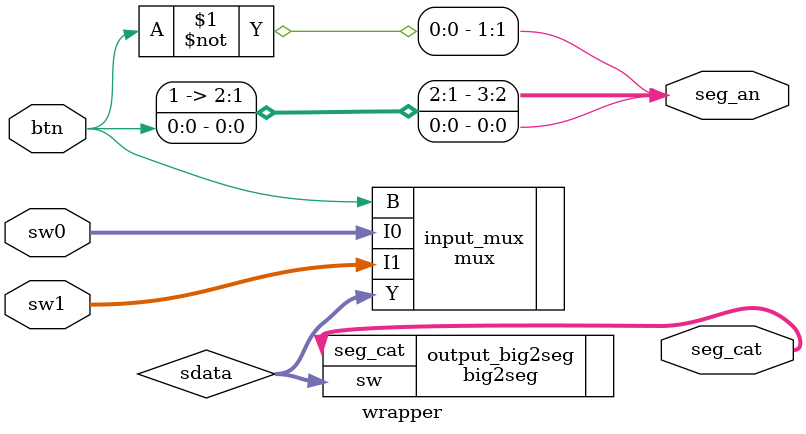
<source format=v>
`timescale 1ns / 1ps


module wrapper(
input [3:0] sw0,
input [7:4] sw1,
input btn,
output [7:0] seg_cat,
output [3:0] seg_an
    );
  wire [3:0] sdata;
  
  mux input_mux(
  .I0(sw0),
  .I1(sw1),
  .B(btn), 
  .Y(sdata)
  );
  
  big2seg output_big2seg(
  .sw(sdata),
  .seg_cat(seg_cat)
  );
  assign  seg_an[3]= 1;
  assign seg_an[2]=1;
  
  assign seg_an[0]=btn;
  assign seg_an[1]=~btn;
  
endmodule

</source>
